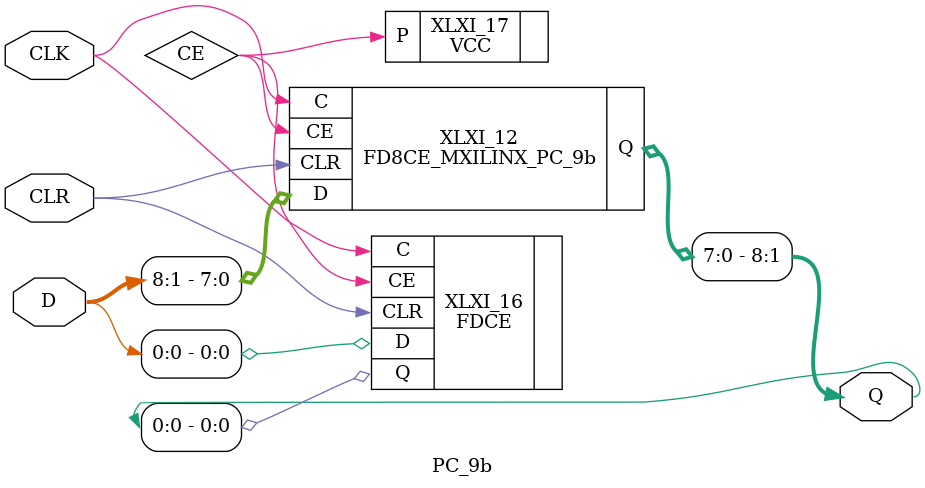
<source format=v>
`timescale 1ns / 1ps

module FD8CE_MXILINX_PC_9b(C, 
                           CE, 
                           CLR, 
                           D, 
                           Q);

    input C;
    input CE;
    input CLR;
    input [7:0] D;
   output [7:0] Q;
   
   
   FDCE I_Q0 (.C(C), 
              .CE(CE), 
              .CLR(CLR), 
              .D(D[0]), 
              .Q(Q[0]));
   defparam I_Q0.INIT = 1'b0;
   FDCE I_Q1 (.C(C), 
              .CE(CE), 
              .CLR(CLR), 
              .D(D[1]), 
              .Q(Q[1]));
   defparam I_Q1.INIT = 1'b0;
   FDCE I_Q2 (.C(C), 
              .CE(CE), 
              .CLR(CLR), 
              .D(D[2]), 
              .Q(Q[2]));
   defparam I_Q2.INIT = 1'b0;
   FDCE I_Q3 (.C(C), 
              .CE(CE), 
              .CLR(CLR), 
              .D(D[3]), 
              .Q(Q[3]));
   defparam I_Q3.INIT = 1'b0;
   FDCE I_Q4 (.C(C), 
              .CE(CE), 
              .CLR(CLR), 
              .D(D[4]), 
              .Q(Q[4]));
   defparam I_Q4.INIT = 1'b0;
   FDCE I_Q5 (.C(C), 
              .CE(CE), 
              .CLR(CLR), 
              .D(D[5]), 
              .Q(Q[5]));
   defparam I_Q5.INIT = 1'b0;
   FDCE I_Q6 (.C(C), 
              .CE(CE), 
              .CLR(CLR), 
              .D(D[6]), 
              .Q(Q[6]));
   defparam I_Q6.INIT = 1'b0;
   FDCE I_Q7 (.C(C), 
              .CE(CE), 
              .CLR(CLR), 
              .D(D[7]), 
              .Q(Q[7]));
   defparam I_Q7.INIT = 1'b0;
endmodule
`timescale 1ns / 1ps

module PC_9b(CLK, 
             CLR, 
             D, 
             Q);

    input CLK;
    input CLR;
    input [8:0] D;
   output [8:0] Q;
   
   wire CE;
   
   FD8CE_MXILINX_PC_9b XLXI_12 (.C(CLK), 
                                .CE(CE), 
                                .CLR(CLR), 
                                .D(D[8:1]), 
                                .Q(Q[8:1]));
   // synthesis attribute HU_SET of XLXI_12 is "XLXI_12_0"
   FDCE XLXI_16 (.C(CLK), 
                 .CE(CE), 
                 .CLR(CLR), 
                 .D(D[0]), 
                 .Q(Q[0]));
   defparam XLXI_16.INIT = 1'b0;
   VCC XLXI_17 (.P(CE));
endmodule

</source>
